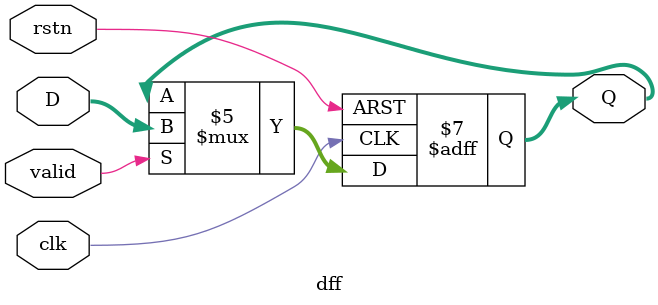
<source format=sv>
module line_buffer_array_k5
#(
    parameter KER_SIZE = 5,
    parameter BITWIDTH = 8,
    parameter AW = 8
)
(
    input logic clk,
    input logic rstn,
    input logic [BITWIDTH*KER_SIZE-1:0] pixel_in,
    input logic [3-1:0] col_ptr,
    input logic [3-1:0] init_col_ptr,
    output logic [BITWIDTH*KER_SIZE*KER_SIZE-1:0] pixel_out   
);

// wires
logic [KER_SIZE*BITWIDTH-1:0] pixel_col [KER_SIZE-1:0];
logic [KER_SIZE*KER_SIZE*BITWIDTH-1:0] pixel_out_wire;
logic ready;

// reg array
genvar i;
generate
for (i = 0; i < KER_SIZE; i++) begin
    dff #(
        .BITWIDTH (BITWIDTH*KER_SIZE)
    ) reg_inst (
        .clk (clk),
        .rstn (rstn),
        .valid (col_ptr == i),
        .D (pixel_in),
        .Q (pixel_col[i])
    ); // each dff stores a column of data
end
endgenerate

// reshape
always_comb begin
    case (1'b1)
        (col_ptr == 'd0): pixel_out_wire = {pixel_in[5*BITWIDTH-1:4*BITWIDTH],pixel_col[4][5*BITWIDTH-1:4*BITWIDTH],pixel_col[3][5*BITWIDTH-1:4*BITWIDTH],pixel_col[2][5*BITWIDTH-1:4*BITWIDTH],pixel_col[1][5*BITWIDTH-1:4*BITWIDTH],pixel_in[4*BITWIDTH-1:3*BITWIDTH],pixel_col[4][4*BITWIDTH-1:3*BITWIDTH],pixel_col[3][4*BITWIDTH-1:3*BITWIDTH],pixel_col[2][4*BITWIDTH-1:3*BITWIDTH],pixel_col[1][4*BITWIDTH-1:3*BITWIDTH],pixel_in[3*BITWIDTH-1:2*BITWIDTH],pixel_col[4][3*BITWIDTH-1:2*BITWIDTH],pixel_col[3][3*BITWIDTH-1:2*BITWIDTH],pixel_col[2][3*BITWIDTH-1:2*BITWIDTH],pixel_col[1][3*BITWIDTH-1:2*BITWIDTH],pixel_in[2*BITWIDTH-1:BITWIDTH],pixel_col[4][2*BITWIDTH-1:BITWIDTH],pixel_col[3][2*BITWIDTH-1:BITWIDTH],pixel_col[2][2*BITWIDTH-1:BITWIDTH],pixel_col[1][2*BITWIDTH-1:BITWIDTH],pixel_in[BITWIDTH-1:0],pixel_col[4][BITWIDTH-1:0],pixel_col[3][BITWIDTH-1:0],pixel_col[2][BITWIDTH-1:0],pixel_col[1][BITWIDTH-1:0]};
        (col_ptr == 'd1): pixel_out_wire = {pixel_in[5*BITWIDTH-1:4*BITWIDTH],pixel_col[0][5*BITWIDTH-1:4*BITWIDTH],pixel_col[4][5*BITWIDTH-1:4*BITWIDTH],pixel_col[3][5*BITWIDTH-1:4*BITWIDTH],pixel_col[2][5*BITWIDTH-1:4*BITWIDTH],pixel_in[4*BITWIDTH-1:3*BITWIDTH],pixel_col[0][4*BITWIDTH-1:3*BITWIDTH],pixel_col[4][4*BITWIDTH-1:3*BITWIDTH],pixel_col[3][4*BITWIDTH-1:3*BITWIDTH],pixel_col[2][4*BITWIDTH-1:3*BITWIDTH],pixel_in[3*BITWIDTH-1:2*BITWIDTH],pixel_col[0][3*BITWIDTH-1:2*BITWIDTH],pixel_col[4][3*BITWIDTH-1:2*BITWIDTH],pixel_col[3][3*BITWIDTH-1:2*BITWIDTH],pixel_col[2][3*BITWIDTH-1:2*BITWIDTH],pixel_in[2*BITWIDTH-1:BITWIDTH],pixel_col[0][2*BITWIDTH-1:BITWIDTH],pixel_col[4][2*BITWIDTH-1:BITWIDTH],pixel_col[3][2*BITWIDTH-1:BITWIDTH],pixel_col[2][2*BITWIDTH-1:BITWIDTH],pixel_in[BITWIDTH-1:0],pixel_col[0][BITWIDTH-1:0],pixel_col[4][BITWIDTH-1:0],pixel_col[3][BITWIDTH-1:0],pixel_col[2][BITWIDTH-1:0]};
        (col_ptr == 'd2): pixel_out_wire = {pixel_in[5*BITWIDTH-1:4*BITWIDTH],pixel_col[1][5*BITWIDTH-1:4*BITWIDTH],pixel_col[0][5*BITWIDTH-1:4*BITWIDTH],pixel_col[4][5*BITWIDTH-1:4*BITWIDTH],pixel_col[3][5*BITWIDTH-1:4*BITWIDTH],pixel_in[4*BITWIDTH-1:3*BITWIDTH],pixel_col[1][4*BITWIDTH-1:3*BITWIDTH],pixel_col[0][4*BITWIDTH-1:3*BITWIDTH],pixel_col[4][4*BITWIDTH-1:3*BITWIDTH],pixel_col[3][4*BITWIDTH-1:3*BITWIDTH],pixel_in[3*BITWIDTH-1:2*BITWIDTH],pixel_col[1][3*BITWIDTH-1:2*BITWIDTH],pixel_col[0][3*BITWIDTH-1:2*BITWIDTH],pixel_col[4][3*BITWIDTH-1:2*BITWIDTH],pixel_col[3][3*BITWIDTH-1:2*BITWIDTH],pixel_in[2*BITWIDTH-1:BITWIDTH],pixel_col[1][2*BITWIDTH-1:BITWIDTH],pixel_col[0][2*BITWIDTH-1:BITWIDTH],pixel_col[4][2*BITWIDTH-1:BITWIDTH],pixel_col[3][2*BITWIDTH-1:BITWIDTH],pixel_in[BITWIDTH-1:0],pixel_col[1][BITWIDTH-1:0],pixel_col[0][BITWIDTH-1:0],pixel_col[4][BITWIDTH-1:0],pixel_col[3][BITWIDTH-1:0]};
        (col_ptr == 'd3): pixel_out_wire = {pixel_in[5*BITWIDTH-1:4*BITWIDTH],pixel_col[2][5*BITWIDTH-1:4*BITWIDTH],pixel_col[1][5*BITWIDTH-1:4*BITWIDTH],pixel_col[0][5*BITWIDTH-1:4*BITWIDTH],pixel_col[4][5*BITWIDTH-1:4*BITWIDTH],pixel_in[4*BITWIDTH-1:3*BITWIDTH],pixel_col[2][4*BITWIDTH-1:3*BITWIDTH],pixel_col[1][4*BITWIDTH-1:3*BITWIDTH],pixel_col[0][4*BITWIDTH-1:3*BITWIDTH],pixel_col[4][4*BITWIDTH-1:3*BITWIDTH],pixel_in[3*BITWIDTH-1:2*BITWIDTH],pixel_col[2][3*BITWIDTH-1:2*BITWIDTH],pixel_col[1][3*BITWIDTH-1:2*BITWIDTH],pixel_col[0][3*BITWIDTH-1:2*BITWIDTH],pixel_col[4][3*BITWIDTH-1:2*BITWIDTH],pixel_in[2*BITWIDTH-1:BITWIDTH],pixel_col[2][2*BITWIDTH-1:BITWIDTH],pixel_col[1][2*BITWIDTH-1:BITWIDTH],pixel_col[0][2*BITWIDTH-1:BITWIDTH],pixel_col[4][2*BITWIDTH-1:BITWIDTH],pixel_in[BITWIDTH-1:0],pixel_col[2][BITWIDTH-1:0],pixel_col[1][BITWIDTH-1:0],pixel_col[0][BITWIDTH-1:0],pixel_col[4][BITWIDTH-1:0]};
        (col_ptr == 'd4): pixel_out_wire = {pixel_in[5*BITWIDTH-1:4*BITWIDTH],pixel_col[3][5*BITWIDTH-1:4*BITWIDTH],pixel_col[2][5*BITWIDTH-1:4*BITWIDTH],pixel_col[1][5*BITWIDTH-1:4*BITWIDTH],pixel_col[0][5*BITWIDTH-1:4*BITWIDTH],pixel_in[4*BITWIDTH-1:3*BITWIDTH],pixel_col[3][4*BITWIDTH-1:3*BITWIDTH],pixel_col[2][4*BITWIDTH-1:3*BITWIDTH],pixel_col[1][4*BITWIDTH-1:3*BITWIDTH],pixel_col[0][4*BITWIDTH-1:3*BITWIDTH],pixel_in[3*BITWIDTH-1:2*BITWIDTH],pixel_col[3][3*BITWIDTH-1:2*BITWIDTH],pixel_col[2][3*BITWIDTH-1:2*BITWIDTH],pixel_col[1][3*BITWIDTH-1:2*BITWIDTH],pixel_col[0][3*BITWIDTH-1:2*BITWIDTH],pixel_in[2*BITWIDTH-1:BITWIDTH],pixel_col[3][2*BITWIDTH-1:BITWIDTH],pixel_col[2][2*BITWIDTH-1:BITWIDTH],pixel_col[1][2*BITWIDTH-1:BITWIDTH],pixel_col[0][2*BITWIDTH-1:BITWIDTH],pixel_in[BITWIDTH-1:0],pixel_col[3][BITWIDTH-1:0],pixel_col[2][BITWIDTH-1:0],pixel_col[1][BITWIDTH-1:0],pixel_col[0][BITWIDTH-1:0]};
        default:          pixel_out_wire = '0;
    endcase
end



// output flop
always_ff @(posedge clk or negedge rstn) begin
    if (!rstn) begin
        pixel_out <= '0;
    end
    else if (ready) begin
        pixel_out <= pixel_out_wire;
    end
    else begin
        pixel_out <= pixel_out;
    end
end

assign ready = (init_col_ptr == KER_SIZE-1);

endmodule

module line_buffer_array_k3
#(
    parameter   KER_SIZE    = 3,
    parameter BITWIDTH  = 8,
    parameter AW                = 8
)
(
    input logic clk,
    input logic rstn,
    input logic [BITWIDTH*KER_SIZE-1:0] pixel_in,
    input logic [3-1:0] col_ptr,
    input logic [3-1:0] init_col_ptr,
    output logic [BITWIDTH*KER_SIZE*KER_SIZE-1:0] pixel_out   
);

// wires
logic [KER_SIZE*BITWIDTH-1:0] pixel_col [KER_SIZE-1:0];
logic [KER_SIZE*KER_SIZE*BITWIDTH-1:0] pixel_out_wire;
logic ready;

// reg array
genvar i;
generate
for (i = 0; i < KER_SIZE; i++) begin
    dff #(
        .BITWIDTH (BITWIDTH*KER_SIZE)
    ) reg_inst (
        .clk (clk),
        .rstn (rstn),
        .valid (col_ptr == i),
        .D (pixel_in),
        .Q (pixel_col[i])
    ); // each dff stores a column of data
end
endgenerate

// reshape
always_comb begin
    case (1'b1)
        (col_ptr == 'd0): pixel_out_wire = {pixel_in[3*BITWIDTH-1:2*BITWIDTH],pixel_col[2][3*BITWIDTH-1:2*BITWIDTH],pixel_col[1][3*BITWIDTH-1:2*BITWIDTH],pixel_in[2*BITWIDTH-1:BITWIDTH],pixel_col[2][2*BITWIDTH-1:BITWIDTH],pixel_col[1][2*BITWIDTH-1:BITWIDTH],pixel_in[BITWIDTH-1:0],pixel_col[2][BITWIDTH-1:0],pixel_col[1][BITWIDTH-1:0]};
        (col_ptr == 'd1): pixel_out_wire = {pixel_in[3*BITWIDTH-1:2*BITWIDTH],pixel_col[0][3*BITWIDTH-1:2*BITWIDTH],pixel_col[2][3*BITWIDTH-1:2*BITWIDTH],pixel_in[2*BITWIDTH-1:BITWIDTH],pixel_col[0][2*BITWIDTH-1:BITWIDTH],pixel_col[2][2*BITWIDTH-1:BITWIDTH],pixel_in[BITWIDTH-1:0],pixel_col[0][BITWIDTH-1:0],pixel_col[2][BITWIDTH-1:0]};
        (col_ptr == 'd2): pixel_out_wire = {pixel_in[3*BITWIDTH-1:2*BITWIDTH],pixel_col[1][3*BITWIDTH-1:2*BITWIDTH],pixel_col[0][3*BITWIDTH-1:2*BITWIDTH],pixel_in[2*BITWIDTH-1:BITWIDTH],pixel_col[1][2*BITWIDTH-1:BITWIDTH],pixel_col[0][2*BITWIDTH-1:BITWIDTH],pixel_in[BITWIDTH-1:0],pixel_col[1][BITWIDTH-1:0],pixel_col[0][BITWIDTH-1:0]};
        default:          pixel_out_wire = '0;
    endcase
end

// output flop
always_ff @(posedge clk or negedge rstn) begin
    if (!rstn) begin
        pixel_out <= '0;
    end
    else if (ready) begin
        pixel_out <= pixel_out_wire;
    end
    else begin
        pixel_out <= pixel_out;
    end
end

assign ready = (init_col_ptr == KER_SIZE-1);

endmodule

module line_buffer_array_k2
#(
    parameter KER_SIZE = 3,
    parameter BITWIDTH = 8,
    parameter AW = 8
)
(
    input logic clk,
    input logic rstn,
    input logic [BITWIDTH*KER_SIZE-1:0] pixel_in,
    input logic [3-1:0] col_ptr,
    input logic [3-1:0] init_col_ptr,
    output logic [BITWIDTH*KER_SIZE*KER_SIZE-1:0] pixel_out
);

// wires
logic [KER_SIZE*BITWIDTH-1:0] pixel_col [KER_SIZE-1:0];
logic [KER_SIZE*KER_SIZE*BITWIDTH-1:0] pixel_out_wire;
logic ready;

// reg array
genvar i;
generate
for (i=0;i<KER_SIZE;i++) begin
    dff #(
        .BITWIDTH (BITWIDTH*KER_SIZE)
    ) reg_inst (
        .clk (clk),
        .rstn (rstn),
        .valid (col_ptr == i),
        .D (pixel_in),
        .Q (pixel_col[i])
    ); // each dff stores a column of data
end
endgenerate

// reshape
always_comb begin
    case (1'b1)
        (col_ptr == 'd0): pixel_out_wire = {pixel_in[2*BITWIDTH-1:BITWIDTH],pixel_col[1][2*BITWIDTH-1:BITWIDTH],pixel_in[BITWIDTH-1:0],pixel_col[1][BITWIDTH-1:0]};
        (col_ptr == 'd1): pixel_out_wire = {pixel_in[2*BITWIDTH-1:BITWIDTH],pixel_col[0][2*BITWIDTH-1:BITWIDTH],pixel_in[BITWIDTH-1:0],pixel_col[0][BITWIDTH-1:0]};
        default:          pixel_out_wire = '0;
    endcase
end

// output flop
always_ff @(posedge clk or negedge rstn) begin
    if (!rstn) begin
        pixel_out <= '0;
    end
    else if (ready) begin
        pixel_out <= pixel_out_wire;
    end
    else begin
        pixel_out <= pixel_out;
    end
end

assign ready = (init_col_ptr == KER_SIZE-1);

endmodule

// dff
module dff
#(
    parameter BITWIDTH = 8
)
(
    input logic clk,
    input logic rstn,
    input logic valid,
    input logic [BITWIDTH-1:0] D,
    output logic [BITWIDTH-1:0] Q
);

always_ff @(posedge clk or negedge rstn) begin
    if (rstn == 0) begin
        Q <= '0;
    end
    else if (valid == 1) begin
        Q <= D;
    end
    else begin
        Q <= Q;
    end     
end

endmodule

</source>
